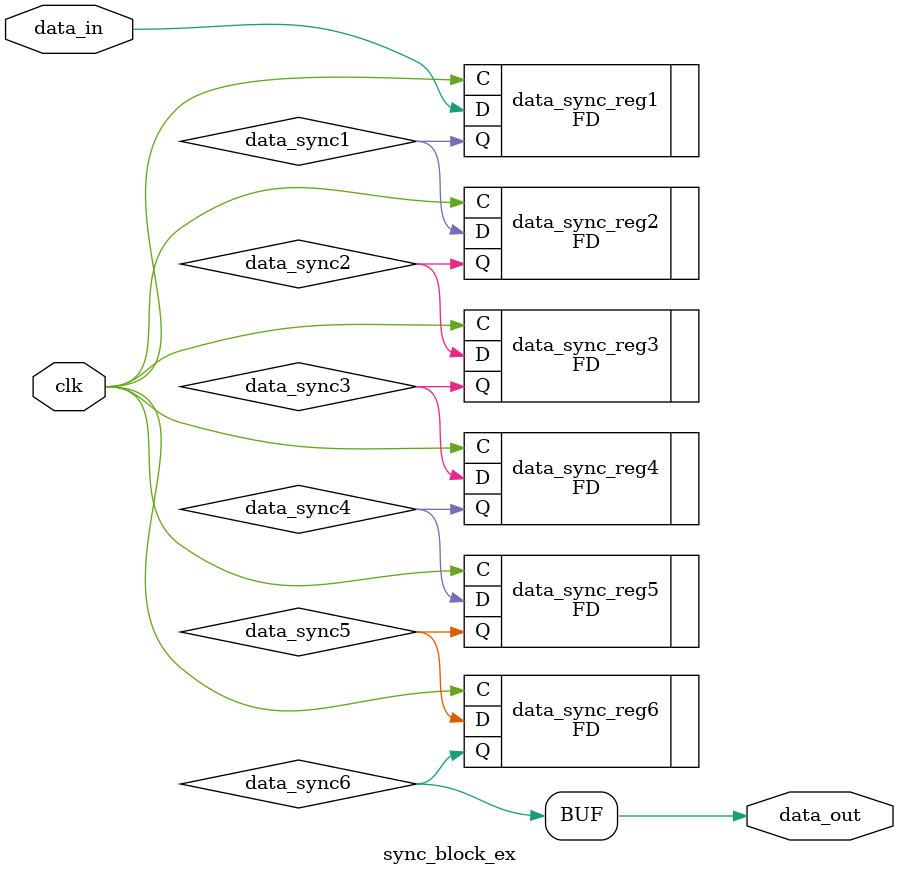
<source format=v>

`timescale 1ps / 1ps

module sync_block_ex #(
  parameter INITIALISE = 2'b00
)
(
  input        clk,              // clock to be sync'ed to
  input        data_in,          // Data to be 'synced'
  output       data_out          // synced data
);

  // Internal Signals
  wire data_sync1;
  wire data_sync2;
  wire data_sync3;
  wire data_sync4;
  wire data_sync5;
  wire data_sync6;


  (* shreg_extract = "no", ASYNC_REG = "TRUE" *)
  FD #(
    .INIT (INITIALISE[0])
  ) data_sync_reg1 (
    .C  (clk),
    .D  (data_in),
    .Q  (data_sync1)
  );


  (* shreg_extract = "no", ASYNC_REG = "TRUE" *)
  FD #(
   .INIT (INITIALISE[1])
  ) data_sync_reg2 (
  .C  (clk),
  .D  (data_sync1),
  .Q  (data_sync2)
  );


  (* shreg_extract = "no", ASYNC_REG = "TRUE" *)
  FD #(
   .INIT (INITIALISE[1])
  ) data_sync_reg3 (
  .C  (clk),
  .D  (data_sync2),
  .Q  (data_sync3)
  );

  (* shreg_extract = "no", ASYNC_REG = "TRUE" *)
  FD #(
   .INIT (INITIALISE[1])
  ) data_sync_reg4 (
  .C  (clk),
  .D  (data_sync3),
  .Q  (data_sync4)
  );

  (* shreg_extract = "no", ASYNC_REG = "TRUE" *)
  FD #(
   .INIT (INITIALISE[1])
  ) data_sync_reg5 (
  .C  (clk),
  .D  (data_sync4),
  .Q  (data_sync5)
  );

  (* shreg_extract = "no", ASYNC_REG = "TRUE" *)
  FD #(
   .INIT (INITIALISE[1])
  ) data_sync_reg6 (
  .C  (clk),
  .D  (data_sync5),
  .Q  (data_sync6)
  );
  assign data_out = data_sync6;


endmodule



</source>
